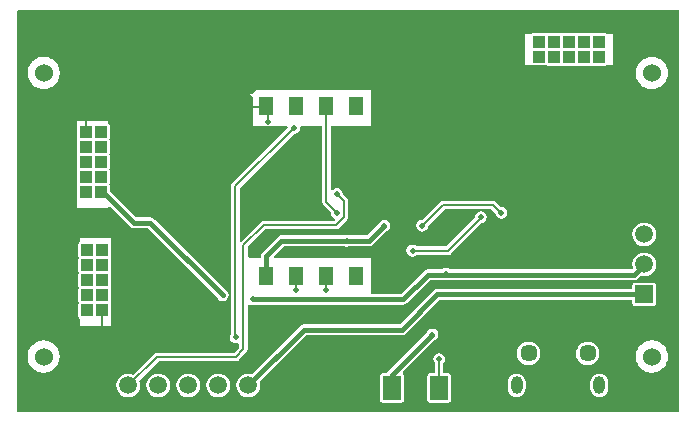
<source format=gbl>
G04 Layer_Physical_Order=2*
G04 Layer_Color=16711680*
%FSAX44Y44*%
%MOMM*%
G71*
G01*
G75*
%ADD17C,0.2000*%
%ADD18C,0.4000*%
%ADD19R,1.0000X1.0000*%
%ADD20C,1.5240*%
%ADD21R,1.0000X1.0000*%
%ADD22C,1.4500*%
%ADD23O,1.0000X1.5000*%
%ADD24R,1.5000X1.5000*%
%ADD25C,1.5000*%
%ADD26R,1.5000X1.5000*%
%ADD27C,0.5000*%
%ADD28R,1.3000X1.5000*%
%ADD29R,1.5000X2.0000*%
G36*
X01068232Y00751931D02*
X01068120Y00751659D01*
X00507281D01*
Y01091003D01*
X00508098Y01091935D01*
X01068232D01*
Y00751931D01*
D02*
G37*
%LPC*%
G36*
X01000718Y00784207D02*
X00998761Y00783950D01*
X00996936Y00783194D01*
X00995369Y00781992D01*
X00994167Y00780425D01*
X00993411Y00778601D01*
X00993154Y00776643D01*
Y00771643D01*
X00993411Y00769685D01*
X00994167Y00767860D01*
X00995369Y00766294D01*
X00996936Y00765091D01*
X00998761Y00764336D01*
X01000718Y00764078D01*
X01002676Y00764336D01*
X01004501Y00765091D01*
X01006067Y00766294D01*
X01007270Y00767860D01*
X01008025Y00769685D01*
X01008283Y00771643D01*
Y00776643D01*
X01008025Y00778601D01*
X01007270Y00780425D01*
X01006067Y00781992D01*
X01004501Y00783194D01*
X01002676Y00783950D01*
X01000718Y00784207D01*
D02*
G37*
G36*
X00930719D02*
X00928761Y00783950D01*
X00926936Y00783194D01*
X00925369Y00781992D01*
X00924167Y00780425D01*
X00923411Y00778601D01*
X00923154Y00776643D01*
Y00771643D01*
X00923411Y00769685D01*
X00924167Y00767860D01*
X00925369Y00766294D01*
X00926936Y00765091D01*
X00928761Y00764336D01*
X00930719Y00764078D01*
X00932676Y00764336D01*
X00934501Y00765091D01*
X00936068Y00766294D01*
X00937270Y00767860D01*
X00938025Y00769685D01*
X00938283Y00771643D01*
Y00776643D01*
X00938025Y00778601D01*
X00937270Y00780425D01*
X00936068Y00781992D01*
X00934501Y00783194D01*
X00932676Y00783950D01*
X00930719Y00784207D01*
D02*
G37*
G36*
X00940719Y00810977D02*
X00938173Y00810642D01*
X00935801Y00809660D01*
X00933765Y00808097D01*
X00932202Y00806060D01*
X00931219Y00803688D01*
X00930884Y00801143D01*
X00931219Y00798598D01*
X00932202Y00796226D01*
X00933765Y00794189D01*
X00935801Y00792626D01*
X00938173Y00791644D01*
X00940719Y00791309D01*
X00943264Y00791644D01*
X00945636Y00792626D01*
X00947672Y00794189D01*
X00949235Y00796226D01*
X00950218Y00798598D01*
X00950553Y00801143D01*
X00950218Y00803688D01*
X00949235Y00806060D01*
X00947672Y00808097D01*
X00945636Y00809660D01*
X00943264Y00810642D01*
X00940719Y00810977D01*
D02*
G37*
G36*
X00530178Y00812229D02*
X00530013Y00812196D01*
X00529846Y00812207D01*
X00526974Y00811829D01*
X00526658Y00811722D01*
X00526331Y00811657D01*
X00523655Y00810549D01*
X00523378Y00810363D01*
X00523079Y00810216D01*
X00520781Y00808453D01*
X00520561Y00808202D01*
X00520311Y00807982D01*
X00518548Y00805684D01*
X00518400Y00805385D01*
X00518215Y00805108D01*
X00517107Y00802432D01*
X00517041Y00802105D01*
X00516934Y00801789D01*
X00516556Y00798918D01*
X00516578Y00798585D01*
X00516556Y00798252D01*
X00516934Y00795381D01*
X00517041Y00795065D01*
X00517107Y00794738D01*
X00518215Y00792062D01*
X00518400Y00791785D01*
X00518548Y00791486D01*
X00520311Y00789188D01*
X00520561Y00788968D01*
X00520781Y00788718D01*
X00523079Y00786954D01*
X00523378Y00786807D01*
X00523655Y00786622D01*
X00526331Y00785513D01*
X00526658Y00785448D01*
X00526974Y00785341D01*
X00529846Y00784963D01*
X00530013Y00784974D01*
X00530178Y00784941D01*
X00530343Y00784974D01*
X00530511Y00784963D01*
X00533383Y00785341D01*
X00533698Y00785448D01*
X00534025Y00785513D01*
X00536701Y00786622D01*
X00536978Y00786807D01*
X00537277Y00786954D01*
X00539575Y00788718D01*
X00539795Y00788968D01*
X00540046Y00789188D01*
X00541809Y00791486D01*
X00541956Y00791785D01*
X00542142Y00792062D01*
X00543250Y00794738D01*
X00543315Y00795065D01*
X00543422Y00795381D01*
X00543800Y00798252D01*
X00543778Y00798585D01*
X00543800Y00798918D01*
X00543422Y00801789D01*
X00543315Y00802105D01*
X00543250Y00802432D01*
X00542142Y00805108D01*
X00541956Y00805385D01*
X00541809Y00805684D01*
X00540046Y00807982D01*
X00539795Y00808202D01*
X00539575Y00808453D01*
X00537277Y00810216D01*
X00536978Y00810363D01*
X00536701Y00810549D01*
X00534025Y00811657D01*
X00533698Y00811722D01*
X00533383Y00811829D01*
X00530511Y00812207D01*
X00530343Y00812196D01*
X00530178Y00812229D01*
D02*
G37*
G36*
X00990718Y00810977D02*
X00988173Y00810642D01*
X00985801Y00809660D01*
X00983765Y00808097D01*
X00982202Y00806060D01*
X00981219Y00803688D01*
X00980884Y00801143D01*
X00981219Y00798598D01*
X00982202Y00796226D01*
X00983765Y00794189D01*
X00985801Y00792626D01*
X00988173Y00791644D01*
X00990718Y00791309D01*
X00993264Y00791644D01*
X00995635Y00792626D01*
X00997672Y00794189D01*
X00999235Y00796226D01*
X01000217Y00798598D01*
X01000553Y00801143D01*
X01000217Y00803688D01*
X00999235Y00806060D01*
X00997672Y00808097D01*
X00995635Y00809660D01*
X00993264Y00810642D01*
X00990718Y00810977D01*
D02*
G37*
G36*
X00865009Y00801448D02*
X00863058Y00801060D01*
X00861404Y00799955D01*
X00860299Y00798301D01*
X00859911Y00796350D01*
X00860299Y00794400D01*
X00861404Y00792746D01*
X00861510Y00792675D01*
Y00784634D01*
X00857578D01*
X00856603Y00784440D01*
X00855776Y00783888D01*
X00855223Y00783061D01*
X00855029Y00782085D01*
Y00762085D01*
X00855223Y00761110D01*
X00855776Y00760283D01*
X00856603Y00759730D01*
X00857578Y00759536D01*
X00872578D01*
X00873554Y00759730D01*
X00874381Y00760283D01*
X00874933Y00761110D01*
X00875127Y00762085D01*
Y00782085D01*
X00874933Y00783061D01*
X00874381Y00783888D01*
X00873554Y00784440D01*
X00872578Y00784634D01*
X00868647D01*
Y00792795D01*
X00869719Y00794400D01*
X00870107Y00796350D01*
X00869719Y00798301D01*
X00868614Y00799955D01*
X00866960Y00801060D01*
X00865009Y00801448D01*
D02*
G37*
G36*
X00859240Y00822174D02*
X00857289Y00821786D01*
X00855636Y00820681D01*
X00854530Y00819027D01*
X00854488Y00818812D01*
X00821834Y00786159D01*
X00820839Y00784670D01*
X00820832Y00784634D01*
X00817578D01*
X00816603Y00784440D01*
X00815776Y00783888D01*
X00815223Y00783061D01*
X00815029Y00782085D01*
Y00762085D01*
X00815223Y00761110D01*
X00815776Y00760283D01*
X00816603Y00759730D01*
X00817578Y00759536D01*
X00832578D01*
X00833554Y00759730D01*
X00834381Y00760283D01*
X00834933Y00761110D01*
X00835127Y00762085D01*
Y00782085D01*
X00834933Y00783061D01*
X00834381Y00783888D01*
X00834354Y00783905D01*
X00834167Y00785515D01*
X00860976Y00812324D01*
X00861191Y00812366D01*
X00862845Y00813472D01*
X00863950Y00815125D01*
X00864338Y00817076D01*
X00863950Y00819027D01*
X00862845Y00820681D01*
X00861191Y00821786D01*
X00859240Y00822174D01*
D02*
G37*
G36*
X00627319Y00784165D02*
X00624709Y00783822D01*
X00622276Y00782814D01*
X00620187Y00781211D01*
X00618585Y00779122D01*
X00617577Y00776690D01*
X00617233Y00774079D01*
X00617577Y00771469D01*
X00618585Y00769036D01*
X00620187Y00766947D01*
X00622276Y00765344D01*
X00624709Y00764337D01*
X00627319Y00763993D01*
X00629930Y00764337D01*
X00632363Y00765344D01*
X00634452Y00766947D01*
X00636054Y00769036D01*
X00637062Y00771469D01*
X00637406Y00774079D01*
X00637062Y00776690D01*
X00636054Y00779122D01*
X00634452Y00781211D01*
X00632363Y00782814D01*
X00629930Y00783822D01*
X00627319Y00784165D01*
D02*
G37*
G36*
X00678120D02*
X00675509Y00783822D01*
X00673076Y00782814D01*
X00670987Y00781211D01*
X00669385Y00779122D01*
X00668377Y00776690D01*
X00668033Y00774079D01*
X00668377Y00771469D01*
X00669385Y00769036D01*
X00670987Y00766947D01*
X00673076Y00765344D01*
X00675509Y00764337D01*
X00678120Y00763993D01*
X00680730Y00764337D01*
X00683163Y00765344D01*
X00685252Y00766947D01*
X00686854Y00769036D01*
X00687862Y00771469D01*
X00688206Y00774079D01*
X00687862Y00776690D01*
X00686854Y00779122D01*
X00685252Y00781211D01*
X00683163Y00782814D01*
X00680730Y00783822D01*
X00678120Y00784165D01*
D02*
G37*
G36*
X00652719D02*
X00650109Y00783822D01*
X00647676Y00782814D01*
X00645587Y00781211D01*
X00643985Y00779122D01*
X00642977Y00776690D01*
X00642633Y00774079D01*
X00642977Y00771469D01*
X00643985Y00769036D01*
X00645587Y00766947D01*
X00647676Y00765344D01*
X00650109Y00764337D01*
X00652719Y00763993D01*
X00655330Y00764337D01*
X00657763Y00765344D01*
X00659852Y00766947D01*
X00661454Y00769036D01*
X00662462Y00771469D01*
X00662806Y00774079D01*
X00662462Y00776690D01*
X00661454Y00779122D01*
X00659852Y00781211D01*
X00657763Y00782814D01*
X00655330Y00783822D01*
X00652719Y00784165D01*
D02*
G37*
G36*
X01045179Y00812229D02*
X01045014Y00812196D01*
X01044846Y00812207D01*
X01041974Y00811829D01*
X01041658Y00811722D01*
X01041331Y00811657D01*
X01038656Y00810549D01*
X01038378Y00810363D01*
X01038079Y00810216D01*
X01035781Y00808453D01*
X01035562Y00808202D01*
X01035311Y00807982D01*
X01033548Y00805684D01*
X01033400Y00805385D01*
X01033215Y00805108D01*
X01032107Y00802432D01*
X01032042Y00802105D01*
X01031935Y00801789D01*
X01031556Y00798918D01*
X01031578Y00798585D01*
X01031556Y00798252D01*
X01031935Y00795381D01*
X01032042Y00795065D01*
X01032107Y00794738D01*
X01033215Y00792062D01*
X01033400Y00791785D01*
X01033548Y00791486D01*
X01035311Y00789188D01*
X01035562Y00788968D01*
X01035781Y00788718D01*
X01038079Y00786954D01*
X01038378Y00786807D01*
X01038656Y00786622D01*
X01041331Y00785513D01*
X01041658Y00785448D01*
X01041974Y00785341D01*
X01044846Y00784963D01*
X01045014Y00784974D01*
X01045179Y00784941D01*
X01045343Y00784974D01*
X01045511Y00784963D01*
X01048383Y00785341D01*
X01048699Y00785448D01*
X01049025Y00785513D01*
X01051701Y00786622D01*
X01051979Y00786807D01*
X01052278Y00786954D01*
X01054576Y00788718D01*
X01054795Y00788968D01*
X01055046Y00789188D01*
X01056809Y00791486D01*
X01056957Y00791785D01*
X01057142Y00792062D01*
X01058250Y00794738D01*
X01058315Y00795065D01*
X01058422Y00795381D01*
X01058801Y00798252D01*
X01058779Y00798585D01*
X01058801Y00798918D01*
X01058422Y00801789D01*
X01058315Y00802105D01*
X01058250Y00802432D01*
X01057142Y00805108D01*
X01056957Y00805385D01*
X01056809Y00805684D01*
X01055046Y00807982D01*
X01054795Y00808202D01*
X01054576Y00808453D01*
X01052278Y00810216D01*
X01051979Y00810363D01*
X01051701Y00810549D01*
X01049025Y00811657D01*
X01048699Y00811722D01*
X01048383Y00811829D01*
X01045511Y00812207D01*
X01045343Y00812196D01*
X01045179Y00812229D01*
D02*
G37*
G36*
X00807645Y01024199D02*
X00709846D01*
X00706622Y01020975D01*
X00705010D01*
X00707697Y01018288D01*
Y00993570D01*
X00736607D01*
X00737086Y00992300D01*
X00689948Y00945162D01*
X00689174Y00944004D01*
X00688903Y00942638D01*
Y00817810D01*
X00688238Y00816815D01*
X00687850Y00814864D01*
X00688238Y00812914D01*
X00689343Y00811260D01*
X00690997Y00810154D01*
X00692948Y00809766D01*
X00694512Y00810078D01*
X00695782Y00809333D01*
Y00806058D01*
X00691606Y00801882D01*
X00626154D01*
X00624788Y00801611D01*
X00623631Y00800837D01*
X00606005Y00783211D01*
X00604530Y00783822D01*
X00601920Y00784165D01*
X00599309Y00783822D01*
X00596876Y00782814D01*
X00594787Y00781211D01*
X00593185Y00779122D01*
X00592177Y00776690D01*
X00591833Y00774079D01*
X00592177Y00771469D01*
X00593185Y00769036D01*
X00594787Y00766947D01*
X00596876Y00765344D01*
X00599309Y00764337D01*
X00601920Y00763993D01*
X00604530Y00764337D01*
X00606963Y00765344D01*
X00609052Y00766947D01*
X00610654Y00769036D01*
X00611662Y00771469D01*
X00612006Y00774079D01*
X00611662Y00776690D01*
X00611051Y00778164D01*
X00627632Y00794745D01*
X00693084D01*
X00694450Y00795017D01*
X00695608Y00795790D01*
X00701874Y00802057D01*
X00702647Y00803214D01*
X00702919Y00804580D01*
Y00842207D01*
X00704189Y00842886D01*
X00705248Y00842178D01*
X00707199Y00841790D01*
X00709150Y00842178D01*
X00709416Y00842356D01*
X00834344D01*
X00836100Y00842705D01*
X00837588Y00843700D01*
X00857290Y00863402D01*
X01030144D01*
X01031900Y00863751D01*
X01033388Y00864746D01*
X01035625Y00866983D01*
X01036080Y00866794D01*
X01038691Y00866451D01*
X01041301Y00866794D01*
X01043734Y00867802D01*
X01045823Y00869405D01*
X01047426Y00871494D01*
X01048433Y00873926D01*
X01048777Y00876537D01*
X01048433Y00879147D01*
X01047426Y00881580D01*
X01045823Y00883669D01*
X01043734Y00885272D01*
X01041301Y00886279D01*
X01038691Y00886623D01*
X01036080Y00886279D01*
X01033648Y00885272D01*
X01031559Y00883669D01*
X01029956Y00881580D01*
X01028948Y00879147D01*
X01028605Y00876537D01*
X01028948Y00873926D01*
X01029137Y00873471D01*
X01028243Y00872578D01*
X00874090D01*
X00872875Y00873390D01*
X00870924Y00873778D01*
X00868973Y00873390D01*
X00867758Y00872578D01*
X00855390D01*
X00853634Y00872229D01*
X00852145Y00871234D01*
X00832443Y00851532D01*
X00807107D01*
Y00882337D01*
X00725327Y00882337D01*
X00724841Y00883511D01*
X00733420Y00892090D01*
X00784479D01*
X00784868Y00891830D01*
X00786819Y00891442D01*
X00788770Y00891830D01*
X00789160Y00892090D01*
X00805987D01*
X00807743Y00892439D01*
X00809231Y00893434D01*
X00820310Y00904513D01*
X00820525Y00904556D01*
X00822179Y00905661D01*
X00823284Y00907315D01*
X00823672Y00909266D01*
X00823284Y00911217D01*
X00822179Y00912871D01*
X00820525Y00913976D01*
X00818574Y00914364D01*
X00816624Y00913976D01*
X00814970Y00912871D01*
X00813865Y00911217D01*
X00813822Y00911002D01*
X00804086Y00901267D01*
X00788686D01*
X00786819Y00901638D01*
X00784953Y00901267D01*
X00731520D01*
X00729764Y00900917D01*
X00728276Y00899923D01*
X00715634Y00887281D01*
X00714640Y00885793D01*
X00714290Y00884037D01*
Y00882337D01*
X00704189D01*
X00702919Y00883280D01*
Y00891440D01*
X00717992Y00906513D01*
X00777748D01*
X00779113Y00906785D01*
X00780271Y00907558D01*
X00787129Y00914417D01*
X00787903Y00915574D01*
X00788175Y00916940D01*
Y00930148D01*
X00787903Y00931514D01*
X00787129Y00932671D01*
X00783599Y00936201D01*
X00783608Y00936244D01*
X00783220Y00938195D01*
X00782115Y00939849D01*
X00780461Y00940954D01*
X00778510Y00941342D01*
X00776559Y00940954D01*
X00774905Y00939849D01*
X00774517Y00939268D01*
X00773247Y00939653D01*
Y00993570D01*
X00807107D01*
X00807645Y00993032D01*
Y01024199D01*
D02*
G37*
G36*
X00910844Y00930669D02*
X00868426D01*
X00867060Y00930397D01*
X00865903Y00929623D01*
X00850689Y00914409D01*
X00850646Y00914418D01*
X00848695Y00914030D01*
X00847041Y00912925D01*
X00845936Y00911271D01*
X00845548Y00909320D01*
X00845936Y00907369D01*
X00847041Y00905715D01*
X00848695Y00904610D01*
X00850646Y00904222D01*
X00852597Y00904610D01*
X00854251Y00905715D01*
X00855356Y00907369D01*
X00855744Y00909320D01*
X00855735Y00909363D01*
X00869904Y00923531D01*
X00909366D01*
X00912613Y00920285D01*
X00912604Y00920242D01*
X00912992Y00918291D01*
X00914097Y00916637D01*
X00915751Y00915532D01*
X00917702Y00915144D01*
X00919653Y00915532D01*
X00921307Y00916637D01*
X00922412Y00918291D01*
X00922800Y00920242D01*
X00922412Y00922193D01*
X00921307Y00923847D01*
X00919653Y00924952D01*
X00917702Y00925340D01*
X00917659Y00925331D01*
X00913367Y00929623D01*
X00912210Y00930397D01*
X00910844Y00930669D01*
D02*
G37*
G36*
X01045179Y01052229D02*
X01045014Y01052196D01*
X01044846Y01052207D01*
X01041974Y01051829D01*
X01041658Y01051722D01*
X01041331Y01051657D01*
X01038656Y01050549D01*
X01038378Y01050363D01*
X01038079Y01050216D01*
X01035781Y01048453D01*
X01035562Y01048202D01*
X01035311Y01047982D01*
X01033548Y01045684D01*
X01033400Y01045385D01*
X01033215Y01045108D01*
X01032107Y01042432D01*
X01032042Y01042105D01*
X01031935Y01041789D01*
X01031556Y01038918D01*
X01031578Y01038585D01*
X01031556Y01038252D01*
X01031935Y01035381D01*
X01032042Y01035065D01*
X01032107Y01034738D01*
X01033215Y01032062D01*
X01033400Y01031785D01*
X01033548Y01031486D01*
X01035311Y01029188D01*
X01035562Y01028968D01*
X01035781Y01028718D01*
X01038079Y01026954D01*
X01038378Y01026807D01*
X01038656Y01026622D01*
X01041331Y01025513D01*
X01041658Y01025448D01*
X01041974Y01025341D01*
X01044846Y01024963D01*
X01045014Y01024974D01*
X01045179Y01024941D01*
X01045343Y01024974D01*
X01045511Y01024963D01*
X01048383Y01025341D01*
X01048699Y01025448D01*
X01049025Y01025513D01*
X01051701Y01026622D01*
X01051979Y01026807D01*
X01052278Y01026954D01*
X01054576Y01028718D01*
X01054795Y01028968D01*
X01055046Y01029188D01*
X01056809Y01031486D01*
X01056957Y01031785D01*
X01057142Y01032062D01*
X01058250Y01034738D01*
X01058315Y01035065D01*
X01058422Y01035381D01*
X01058801Y01038252D01*
X01058779Y01038585D01*
X01058801Y01038918D01*
X01058422Y01041789D01*
X01058315Y01042105D01*
X01058250Y01042432D01*
X01057142Y01045108D01*
X01056957Y01045385D01*
X01056809Y01045684D01*
X01055046Y01047982D01*
X01054795Y01048202D01*
X01054576Y01048453D01*
X01052278Y01050216D01*
X01051979Y01050363D01*
X01051701Y01050549D01*
X01049025Y01051657D01*
X01048699Y01051722D01*
X01048383Y01051829D01*
X01045511Y01052207D01*
X01045343Y01052196D01*
X01045179Y01052229D01*
D02*
G37*
G36*
X01005699Y01072687D02*
X00995699D01*
X00994723Y01072493D01*
X00994349Y01072243D01*
X00993974Y01072493D01*
X00992999Y01072687D01*
X00982999D01*
X00982023Y01072493D01*
X00981649Y01072243D01*
X00981274Y01072493D01*
X00980299Y01072687D01*
X00970299D01*
X00969323Y01072493D01*
X00968949Y01072243D01*
X00968574Y01072493D01*
X00967599Y01072687D01*
X00957599D01*
X00956623Y01072493D01*
X00956249Y01072243D01*
X00955874Y01072493D01*
X00954899Y01072687D01*
X00944899D01*
X00943923Y01072493D01*
X00943096Y01071940D01*
X00942736Y01071401D01*
X00938161D01*
X00938161Y01062192D01*
X00938161Y01045175D01*
X00956345Y01045269D01*
X00956623Y01045083D01*
X00957599Y01044889D01*
X00967599D01*
X00968574Y01045083D01*
X00968949Y01045333D01*
X00969323Y01045083D01*
X00970299Y01044889D01*
X00980299D01*
X00981274Y01045083D01*
X00981649Y01045333D01*
X00982023Y01045083D01*
X00982999Y01044889D01*
X00992999D01*
X00993974Y01045083D01*
X00994349Y01045333D01*
X00994723Y01045083D01*
X00995699Y01044889D01*
X01005699D01*
X01006674Y01045083D01*
X01007346Y01045532D01*
X01012364Y01045558D01*
Y01071401D01*
X01007861D01*
X01007501Y01071940D01*
X01006674Y01072493D01*
X01005699Y01072687D01*
D02*
G37*
G36*
X00530328Y01052397D02*
X00530163Y01052364D01*
X00529995Y01052375D01*
X00527123Y01051997D01*
X00526808Y01051890D01*
X00526481Y01051825D01*
X00523805Y01050717D01*
X00523527Y01050531D01*
X00523228Y01050384D01*
X00520931Y01048621D01*
X00520711Y01048370D01*
X00520460Y01048150D01*
X00518697Y01045853D01*
X00518549Y01045554D01*
X00518364Y01045276D01*
X00517256Y01042600D01*
X00517191Y01042273D01*
X00517084Y01041958D01*
X00516706Y01039086D01*
X00516727Y01038753D01*
X00516706Y01038421D01*
X00517084Y01035549D01*
X00517191Y01035233D01*
X00517256Y01034906D01*
X00518364Y01032230D01*
X00518549Y01031953D01*
X00518697Y01031654D01*
X00520460Y01029356D01*
X00520711Y01029137D01*
X00520931Y01028886D01*
X00523228Y01027123D01*
X00523527Y01026975D01*
X00523805Y01026790D01*
X00526481Y01025682D01*
X00526808Y01025617D01*
X00527123Y01025509D01*
X00529995Y01025131D01*
X00530163Y01025142D01*
X00530328Y01025109D01*
X00530493Y01025142D01*
X00530660Y01025131D01*
X00533532Y01025509D01*
X00533848Y01025617D01*
X00534175Y01025682D01*
X00536851Y01026790D01*
X00537128Y01026975D01*
X00537427Y01027123D01*
X00539725Y01028886D01*
X00539944Y01029137D01*
X00540195Y01029356D01*
X00541958Y01031654D01*
X00542106Y01031953D01*
X00542291Y01032230D01*
X00543399Y01034906D01*
X00543465Y01035233D01*
X00543572Y01035549D01*
X00543950Y01038421D01*
X00543928Y01038754D01*
X00543950Y01039086D01*
X00543572Y01041958D01*
X00543465Y01042273D01*
X00543399Y01042600D01*
X00542291Y01045276D01*
X00542106Y01045554D01*
X00541958Y01045853D01*
X00540195Y01048150D01*
X00539944Y01048370D01*
X00539725Y01048621D01*
X00537427Y01050384D01*
X00537128Y01050531D01*
X00536851Y01050717D01*
X00534175Y01051825D01*
X00533848Y01051890D01*
X00533532Y01051997D01*
X00530660Y01052375D01*
X00530493Y01052364D01*
X00530328Y01052397D01*
D02*
G37*
G36*
X00584676Y00998182D02*
X00558834D01*
Y00982214D01*
X00558773Y00982123D01*
X00558579Y00981148D01*
Y00971148D01*
X00558773Y00970173D01*
X00558834Y00970082D01*
Y00969514D01*
X00558773Y00969424D01*
X00558579Y00968448D01*
Y00958448D01*
X00558773Y00957473D01*
X00558834Y00957382D01*
Y00956814D01*
X00558773Y00956723D01*
X00558579Y00955748D01*
Y00945748D01*
X00558773Y00944773D01*
X00558834Y00944682D01*
Y00944114D01*
X00558773Y00944024D01*
X00558579Y00943048D01*
Y00933048D01*
X00558773Y00932073D01*
X00558834Y00931982D01*
Y00923979D01*
X00568043Y00923979D01*
X00585059Y00923979D01*
X00585053Y00925098D01*
X00586225Y00925587D01*
X00603124Y00908688D01*
X00604613Y00907694D01*
X00606369Y00907345D01*
X00618499D01*
X00676895Y00848948D01*
X00676948Y00848683D01*
X00678053Y00847029D01*
X00679707Y00845924D01*
X00681658Y00845536D01*
X00683609Y00845924D01*
X00685263Y00847029D01*
X00686368Y00848683D01*
X00686756Y00850634D01*
X00686368Y00852585D01*
X00685263Y00854239D01*
X00683609Y00855344D01*
X00683444Y00855377D01*
X00623644Y00915177D01*
X00622155Y00916171D01*
X00620399Y00916521D01*
X00608269D01*
X00586377Y00938413D01*
Y00943048D01*
X00586183Y00944024D01*
X00585932Y00944398D01*
X00586183Y00944773D01*
X00586377Y00945748D01*
Y00955748D01*
X00586183Y00956723D01*
X00585932Y00957098D01*
X00586183Y00957473D01*
X00586377Y00958448D01*
Y00968448D01*
X00586183Y00969424D01*
X00585932Y00969798D01*
X00586183Y00970173D01*
X00586377Y00971148D01*
Y00981148D01*
X00586183Y00982123D01*
X00585932Y00982498D01*
X00586183Y00982873D01*
X00586377Y00983848D01*
Y00993848D01*
X00586183Y00994824D01*
X00585630Y00995650D01*
X00584803Y00996203D01*
X00584687Y00996226D01*
X00584676Y00998182D01*
D02*
G37*
G36*
X01046191Y00861186D02*
X01031191D01*
X01030215Y00860992D01*
X01029389Y00860439D01*
X01028836Y00859612D01*
X01028642Y00858637D01*
Y00855725D01*
X00863583D01*
X00861827Y00855376D01*
X00860338Y00854381D01*
X00831948Y00825991D01*
X00750843D01*
X00749087Y00825642D01*
X00747599Y00824647D01*
X00706585Y00783633D01*
X00706130Y00783822D01*
X00703520Y00784165D01*
X00700909Y00783822D01*
X00698476Y00782814D01*
X00696387Y00781211D01*
X00694785Y00779122D01*
X00693777Y00776690D01*
X00693433Y00774079D01*
X00693777Y00771469D01*
X00694785Y00769036D01*
X00696387Y00766947D01*
X00698476Y00765344D01*
X00700909Y00764337D01*
X00703520Y00763993D01*
X00706130Y00764337D01*
X00708563Y00765344D01*
X00710652Y00766947D01*
X00712254Y00769036D01*
X00713262Y00771469D01*
X00713606Y00774079D01*
X00713262Y00776690D01*
X00713074Y00777145D01*
X00752744Y00816815D01*
X00833849D01*
X00835605Y00817164D01*
X00837093Y00818159D01*
X00865483Y00846549D01*
X01028642D01*
Y00843637D01*
X01028836Y00842661D01*
X01029389Y00841834D01*
X01030215Y00841282D01*
X01031191Y00841088D01*
X01046191D01*
X01047166Y00841282D01*
X01047993Y00841834D01*
X01048546Y00842661D01*
X01048740Y00843637D01*
Y00858637D01*
X01048546Y00859612D01*
X01047993Y00860439D01*
X01047166Y00860992D01*
X01046191Y00861186D01*
D02*
G37*
G36*
X00587128Y00899014D02*
X00561286D01*
Y00896072D01*
X00561261Y00896068D01*
X00560434Y00895515D01*
X00559881Y00894688D01*
X00559687Y00893712D01*
Y00883713D01*
X00559881Y00882737D01*
X00560131Y00882363D01*
X00559881Y00881988D01*
X00559687Y00881012D01*
Y00871013D01*
X00559881Y00870037D01*
X00560131Y00869662D01*
X00559881Y00869288D01*
X00559687Y00868313D01*
Y00858313D01*
X00559881Y00857337D01*
X00560131Y00856963D01*
X00559881Y00856588D01*
X00559687Y00855612D01*
Y00845613D01*
X00559881Y00844637D01*
X00560131Y00844262D01*
X00559881Y00843888D01*
X00559687Y00842913D01*
Y00832913D01*
X00559881Y00831937D01*
X00560434Y00831110D01*
X00561261Y00830558D01*
X00561286Y00830553D01*
Y00824811D01*
X00570495Y00824811D01*
X00587511Y00824811D01*
X00587406Y00845214D01*
X00587485Y00845613D01*
Y00855612D01*
X00587349Y00856298D01*
X00587342Y00857594D01*
X00587485Y00858313D01*
Y00868313D01*
X00587291Y00869288D01*
X00587282Y00869302D01*
X00587278Y00870017D01*
X00587291Y00870037D01*
X00587485Y00871013D01*
Y00881012D01*
X00587291Y00881988D01*
X00587216Y00882101D01*
X00587213Y00882620D01*
X00587291Y00882737D01*
X00587485Y00883713D01*
Y00893712D01*
X00587291Y00894688D01*
X00587150Y00894900D01*
X00587128Y00899014D01*
D02*
G37*
G36*
X01038691Y00912023D02*
X01036080Y00911679D01*
X01033648Y00910672D01*
X01031559Y00909069D01*
X01029956Y00906980D01*
X01028948Y00904547D01*
X01028605Y00901937D01*
X01028948Y00899326D01*
X01029956Y00896894D01*
X01031559Y00894805D01*
X01033648Y00893202D01*
X01036080Y00892194D01*
X01038691Y00891851D01*
X01041301Y00892194D01*
X01043734Y00893202D01*
X01045823Y00894805D01*
X01047426Y00896894D01*
X01048433Y00899326D01*
X01048777Y00901937D01*
X01048433Y00904547D01*
X01047426Y00906980D01*
X01045823Y00909069D01*
X01043734Y00910672D01*
X01041301Y00911679D01*
X01038691Y00912023D01*
D02*
G37*
G36*
X00900410Y00921446D02*
X00898459Y00921058D01*
X00896805Y00919953D01*
X00895700Y00918299D01*
X00895312Y00916348D01*
X00895366Y00916078D01*
X00871095Y00891807D01*
X00846147D01*
X00846123Y00891843D01*
X00844469Y00892948D01*
X00842518Y00893336D01*
X00840567Y00892948D01*
X00838913Y00891843D01*
X00837808Y00890189D01*
X00837420Y00888238D01*
X00837808Y00886287D01*
X00838913Y00884633D01*
X00840567Y00883528D01*
X00842518Y00883140D01*
X00844469Y00883528D01*
X00846123Y00884633D01*
X00846147Y00884669D01*
X00872573D01*
X00873938Y00884941D01*
X00875096Y00885715D01*
X00900686Y00911305D01*
X00902361Y00911638D01*
X00904015Y00912743D01*
X00905120Y00914397D01*
X00905508Y00916348D01*
X00905120Y00918299D01*
X00904015Y00919953D01*
X00902361Y00921058D01*
X00900410Y00921446D01*
D02*
G37*
%LPD*%
G36*
X00766110Y00929074D02*
X00766382Y00927708D01*
X00767155Y00926550D01*
X00773421Y00920285D01*
X00773412Y00920242D01*
X00773800Y00918291D01*
X00774905Y00916637D01*
X00776267Y00915727D01*
X00776572Y00914390D01*
X00775963Y00913650D01*
X00716514D01*
X00715148Y00913379D01*
X00713991Y00912605D01*
X00697310Y00895924D01*
X00696040Y00896450D01*
Y00941160D01*
X00742010Y00987131D01*
X00742425Y00987048D01*
X00744376Y00987436D01*
X00746030Y00988541D01*
X00747135Y00990195D01*
X00747523Y00992146D01*
X00747435Y00992588D01*
X00748241Y00993570D01*
X00766110D01*
Y00929074D01*
D02*
G37*
D17*
X00762508Y00763016D02*
X00789432Y00789940D01*
X00762508Y00763016D02*
X00587583D01*
X00578311Y00772288D01*
X00578796Y00772773D02*
X00579936Y00773913D01*
Y00837913D01*
X00601920Y00774079D02*
X00626154Y00798314D01*
X00693084D01*
X00699350Y00804580D01*
Y00892918D01*
X00716514Y00910082D01*
X00777748D01*
X00784606Y00916940D01*
Y00930148D01*
X00778510Y00936244D01*
X00769678Y00929074D02*
Y01010585D01*
X00742191Y00992358D02*
X00692471Y00942638D01*
Y00814592D01*
X00744220Y00855218D02*
X00744278Y00855276D01*
Y00866585D01*
X00769678Y00854952D02*
Y00866585D01*
Y00929074D02*
X00778510Y00920242D01*
X00761291Y00942903D02*
Y00968014D01*
X00720124Y00997467D02*
Y01010816D01*
X00718898Y01012042D01*
X00717059Y01011293D02*
X00715424Y01009658D01*
X00574846D01*
X00566128Y01000940D01*
Y00988848D01*
X00842518Y00888238D02*
X00872573D01*
X00900410Y00916075D01*
Y00916348D01*
X00910844Y00927100D02*
X00917702Y00920242D01*
X00910844Y00927100D02*
X00868426D01*
X00850646Y00909320D01*
X00865078Y00796543D02*
Y00772085D01*
X01026004Y00935418D02*
Y00945499D01*
X01025936Y00945567D01*
X01026004Y00935418D02*
X01005700Y00915114D01*
X01005692Y00915122D01*
X01005503D01*
D18*
X00703520Y00774079D02*
X00750843Y00821403D01*
X00833849D01*
X00863583Y00851137D01*
X01038691D01*
X01030144Y00867990D02*
X01038691Y00876537D01*
X01030144Y00867990D02*
X00855390D01*
X00834344Y00846944D01*
X00707523D01*
X00718878Y00866585D02*
Y00884037D01*
X00731520Y00896678D01*
X00805987D01*
X00818574Y00909266D01*
X00859240Y00817076D02*
X00825078Y00782914D01*
Y00772085D01*
X00681914Y00850418D02*
X00620399Y00911933D01*
X00606369D01*
X00580431Y00937870D01*
D19*
X00567236Y00837913D02*
D03*
X00579936D02*
D03*
Y00850612D02*
D03*
Y00863313D02*
D03*
X00567236D02*
D03*
Y00850612D02*
D03*
Y00876012D02*
D03*
Y00888712D02*
D03*
X00579936D02*
D03*
Y00876012D02*
D03*
X00578828Y00938048D02*
D03*
X00566128D02*
D03*
Y00950748D02*
D03*
X00578828D02*
D03*
Y00963448D02*
D03*
X00566128D02*
D03*
Y00976148D02*
D03*
X00578828D02*
D03*
Y00988848D02*
D03*
X00566128D02*
D03*
D20*
X00530178Y00798585D02*
D03*
X00530328Y01038753D02*
D03*
X01045179Y00798585D02*
D03*
Y01038585D02*
D03*
D21*
X01000699Y01052438D02*
D03*
Y01065138D02*
D03*
X00987999D02*
D03*
Y01052438D02*
D03*
X00975299D02*
D03*
Y01065138D02*
D03*
X00962599D02*
D03*
Y01052438D02*
D03*
X00949899D02*
D03*
Y01065138D02*
D03*
D22*
X00940719Y00801143D02*
D03*
X00990718D02*
D03*
D23*
X00930719Y00774143D02*
D03*
X01000718D02*
D03*
D24*
X01038691Y00851137D02*
D03*
D25*
X00703520Y00774079D02*
D03*
X00678120D02*
D03*
X00652719D02*
D03*
X00627319D02*
D03*
X00601920D02*
D03*
X01038691Y00876537D02*
D03*
Y00901937D02*
D03*
D26*
X00576520Y00774079D02*
D03*
D27*
X00712155Y00755473D02*
D03*
X00730000Y00777540D02*
D03*
X00741715Y00791639D02*
D03*
X00751795Y00801787D02*
D03*
X00785986Y00767120D02*
D03*
X00789432Y00789940D02*
D03*
X00808530Y00808053D02*
D03*
X00825353Y00837817D02*
D03*
X00851303Y00824536D02*
D03*
X00859240Y00817076D02*
D03*
X00865009Y00796350D02*
D03*
X00906131Y00766370D02*
D03*
X00939914Y00837749D02*
D03*
X00978941Y00817112D02*
D03*
X00963071Y00839929D02*
D03*
X00978055Y00882702D02*
D03*
X01040716Y00932558D02*
D03*
X01025868Y00946997D02*
D03*
X01003664Y00966885D02*
D03*
X00981869Y00948359D02*
D03*
X01005503Y00915122D02*
D03*
X01059514Y00878887D02*
D03*
X01016741Y00763918D02*
D03*
X01059514Y00762829D02*
D03*
X00931468Y00884336D02*
D03*
X00890875Y00832028D02*
D03*
X00871872Y00816703D02*
D03*
X00840882Y00783125D02*
D03*
X00841631Y00767528D02*
D03*
X00821131Y00755268D02*
D03*
X00775633Y00796952D02*
D03*
X00791911Y00831960D02*
D03*
X00811186Y00829780D02*
D03*
X00824740Y00855185D02*
D03*
X00850009Y00878683D02*
D03*
X00842518Y00888238D02*
D03*
X00873507Y00878547D02*
D03*
X00870924Y00868680D02*
D03*
X00850646Y00909320D02*
D03*
X00818574Y00909266D02*
D03*
X00888900Y00943796D02*
D03*
X00900410Y00916348D02*
D03*
X00917702Y00920242D02*
D03*
X00911580Y00944545D02*
D03*
X00888968Y00976421D02*
D03*
X00906949Y00993312D02*
D03*
X00931196Y01039081D02*
D03*
X00957895Y01004754D02*
D03*
X01003392Y01037447D02*
D03*
X01058697Y00994401D02*
D03*
X01056517Y01085396D02*
D03*
X00866628D02*
D03*
X00819700Y01018172D02*
D03*
X00804784Y01039354D02*
D03*
X00779311Y00985684D02*
D03*
X00742425Y00992146D02*
D03*
X00761535Y00967975D02*
D03*
X00761291Y00942903D02*
D03*
X00752067Y00916620D02*
D03*
X00781082Y00904224D02*
D03*
X00786819Y00896540D02*
D03*
X00776519Y00887537D02*
D03*
X00769656Y00854993D02*
D03*
X00751454Y00886788D02*
D03*
X00744220Y00855218D02*
D03*
X00750841Y00837341D02*
D03*
X00735585Y00819292D02*
D03*
X00719170Y00818406D02*
D03*
X00707199Y00846888D02*
D03*
X00692948Y00814864D02*
D03*
X00699759Y00791298D02*
D03*
X00681097Y00790481D02*
D03*
X00673469Y00808666D02*
D03*
X00640776Y00790345D02*
D03*
X00633897Y00836251D02*
D03*
X00595415Y00825217D02*
D03*
X00604269Y00790753D02*
D03*
X00552710Y00798722D02*
D03*
X00518315Y00760853D02*
D03*
X00557614Y00758606D02*
D03*
X00518723Y00840337D02*
D03*
X00518792Y00903066D02*
D03*
X00595892Y00990042D02*
D03*
X00634782Y00974513D02*
D03*
X00620139Y00929902D02*
D03*
X00633965Y00882497D02*
D03*
X00620343Y00864244D02*
D03*
X00661754Y00858523D02*
D03*
X00681658Y00850634D02*
D03*
X00675716Y00868875D02*
D03*
X00699827Y00903543D02*
D03*
X00714334Y00890602D02*
D03*
X00717944Y00925679D02*
D03*
X00735993Y00925338D02*
D03*
X00731498Y00962799D02*
D03*
X00722508Y00988135D02*
D03*
X00720124Y00997467D02*
D03*
X00681914Y01020556D02*
D03*
X00668292Y01036357D02*
D03*
X00640776Y01085124D02*
D03*
X00757380D02*
D03*
X00682187Y00941003D02*
D03*
X00698942Y00938756D02*
D03*
X00685728Y00892237D02*
D03*
X00664751Y00896324D02*
D03*
X00778510Y00920242D02*
D03*
Y00936244D02*
D03*
X00550939Y01051137D02*
D03*
X00516272Y01085396D02*
D03*
X00518519Y00979894D02*
D03*
D28*
X00795078Y00866585D02*
D03*
X00769678D02*
D03*
X00744278D02*
D03*
X00718878D02*
D03*
X00795078Y01010585D02*
D03*
X00769678D02*
D03*
X00744278D02*
D03*
X00718878D02*
D03*
D29*
X00825078Y00772085D02*
D03*
X00865078D02*
D03*
M02*

</source>
